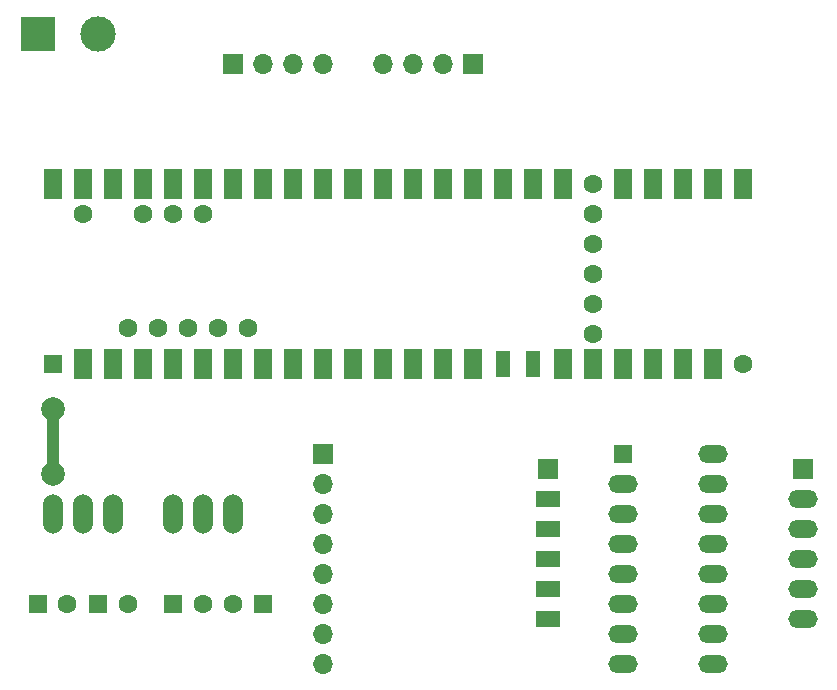
<source format=gbr>
G04 #@! TF.GenerationSoftware,KiCad,Pcbnew,(5.1.2)-2*
G04 #@! TF.CreationDate,2019-10-06T07:15:53-10:00*
G04 #@! TF.ProjectId,differential_robot(v1),64696666-6572-4656-9e74-69616c5f726f,rev?*
G04 #@! TF.SameCoordinates,Original*
G04 #@! TF.FileFunction,Copper,L1,Top*
G04 #@! TF.FilePolarity,Positive*
%FSLAX46Y46*%
G04 Gerber Fmt 4.6, Leading zero omitted, Abs format (unit mm)*
G04 Created by KiCad (PCBNEW (5.1.2)-2) date 2019-10-06 07:15:54*
%MOMM*%
%LPD*%
G04 APERTURE LIST*
%ADD10R,1.600000X1.600000*%
%ADD11O,2.500000X1.500000*%
%ADD12C,1.600000*%
%ADD13R,1.700000X1.700000*%
%ADD14R,2.000000X1.400000*%
%ADD15R,3.000000X3.000000*%
%ADD16C,3.000000*%
%ADD17O,1.700000X1.700000*%
%ADD18R,1.500000X2.500000*%
%ADD19R,1.300000X2.200000*%
%ADD20O,1.676400X3.352800*%
%ADD21C,2.000000*%
%ADD22C,1.000000*%
G04 APERTURE END LIST*
D10*
X132080000Y-114300000D03*
D11*
X139700000Y-132080000D03*
X132080000Y-116840000D03*
X139700000Y-129540000D03*
X132080000Y-119380000D03*
X139700000Y-127000000D03*
X132080000Y-121920000D03*
X139700000Y-124460000D03*
X132080000Y-124460000D03*
X139700000Y-121920000D03*
X132080000Y-127000000D03*
X139700000Y-119380000D03*
X132080000Y-129540000D03*
X139700000Y-116840000D03*
X132080000Y-132080000D03*
X139700000Y-114300000D03*
D10*
X82550000Y-127000000D03*
D12*
X85050000Y-127000000D03*
X90170000Y-127000000D03*
D10*
X87670000Y-127000000D03*
X94020000Y-127000000D03*
D12*
X96520000Y-127000000D03*
X99100000Y-127000000D03*
D10*
X101600000Y-127000000D03*
D13*
X125730000Y-115570000D03*
D14*
X125730000Y-118110000D03*
X125730000Y-120650000D03*
X125730000Y-123190000D03*
X125730000Y-125730000D03*
X125730000Y-128270000D03*
D15*
X82550000Y-78740000D03*
D16*
X87630000Y-78740000D03*
D11*
X147320000Y-128270000D03*
X147320000Y-125730000D03*
X147320000Y-123190000D03*
X147320000Y-120650000D03*
X147320000Y-118110000D03*
D13*
X147320000Y-115570000D03*
X106680000Y-114300000D03*
D17*
X106680000Y-116840000D03*
X106680000Y-119380000D03*
X106680000Y-121920000D03*
X106680000Y-124460000D03*
X106680000Y-127000000D03*
X106680000Y-129540000D03*
X106680000Y-132080000D03*
D13*
X119380000Y-81280000D03*
D17*
X116840000Y-81280000D03*
X114300000Y-81280000D03*
X111760000Y-81280000D03*
X106680000Y-81280000D03*
X104140000Y-81280000D03*
X101600000Y-81280000D03*
D13*
X99060000Y-81280000D03*
D12*
X100330000Y-103680000D03*
X97790000Y-103680000D03*
X95250000Y-103680000D03*
X92710000Y-103680000D03*
X90170000Y-103680000D03*
X96520000Y-93980000D03*
X93980000Y-93980000D03*
X91440000Y-93980000D03*
X86360000Y-93980000D03*
D18*
X83820000Y-91440000D03*
X86360000Y-91440000D03*
X88900000Y-91440000D03*
X91440000Y-91440000D03*
X93980000Y-91440000D03*
X96520000Y-91440000D03*
X99060000Y-91440000D03*
X101600000Y-91440000D03*
X104140000Y-91440000D03*
X106680000Y-91440000D03*
X109220000Y-91440000D03*
X111760000Y-91440000D03*
X114300000Y-91440000D03*
X116840000Y-91440000D03*
X119380000Y-91440000D03*
X121920000Y-91440000D03*
D10*
X83820000Y-106680000D03*
D18*
X86360000Y-106680000D03*
X88900000Y-106680000D03*
X91440000Y-106680000D03*
X93980000Y-106680000D03*
X96520000Y-106680000D03*
X99060000Y-106680000D03*
X101600000Y-106680000D03*
X104140000Y-106680000D03*
X106680000Y-106680000D03*
X109220000Y-106680000D03*
X111760000Y-106680000D03*
X114300000Y-106680000D03*
X124460000Y-91440000D03*
X127000000Y-91440000D03*
D12*
X129540000Y-91440000D03*
D18*
X132080000Y-91440000D03*
X134620000Y-91440000D03*
X137160000Y-91440000D03*
X139700000Y-91440000D03*
X142240000Y-91440000D03*
D12*
X129540000Y-93980000D03*
X129540000Y-96520000D03*
X129540000Y-99060000D03*
X129540000Y-101600000D03*
X129540000Y-104140000D03*
X142240000Y-106680000D03*
D18*
X139700000Y-106680000D03*
X137160000Y-106680000D03*
X134620000Y-106680000D03*
X116840000Y-106680000D03*
X119380000Y-106680000D03*
D19*
X121920000Y-106680000D03*
D18*
X132080000Y-106680000D03*
X129540000Y-106680000D03*
X127000000Y-106680000D03*
D19*
X124460000Y-106680000D03*
D20*
X83820000Y-119380000D03*
X86360000Y-119380000D03*
X88900000Y-119380000D03*
X99060000Y-119380000D03*
X96520000Y-119380000D03*
X93980000Y-119380000D03*
D21*
X83820000Y-116001800D03*
X83820000Y-110490000D03*
D22*
X83820000Y-110490000D02*
X83820000Y-115570000D01*
M02*

</source>
